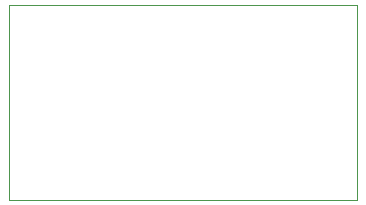
<source format=gbr>
%TF.GenerationSoftware,KiCad,Pcbnew,8.0.7*%
%TF.CreationDate,2024-12-28T19:58:13-05:00*%
%TF.ProjectId,vibration_motor_circuit,76696272-6174-4696-9f6e-5f6d6f746f72,rev?*%
%TF.SameCoordinates,Original*%
%TF.FileFunction,Profile,NP*%
%FSLAX46Y46*%
G04 Gerber Fmt 4.6, Leading zero omitted, Abs format (unit mm)*
G04 Created by KiCad (PCBNEW 8.0.7) date 2024-12-28 19:58:13*
%MOMM*%
%LPD*%
G01*
G04 APERTURE LIST*
%TA.AperFunction,Profile*%
%ADD10C,0.050000*%
%TD*%
G04 APERTURE END LIST*
D10*
X109250000Y-73500000D02*
X137500000Y-73500000D01*
X137500000Y-73500000D02*
X138750000Y-73500000D01*
X137500000Y-90000000D02*
X110750000Y-90000000D01*
X138750000Y-75000000D02*
X138750000Y-90000000D01*
X109250000Y-75000000D02*
X109250000Y-73500000D01*
X110750000Y-90000000D02*
X109250000Y-90000000D01*
X137500000Y-90000000D02*
X138750000Y-90000000D01*
X138750000Y-75000000D02*
X138750000Y-73500000D01*
X109250000Y-90000000D02*
X109250000Y-75000000D01*
M02*

</source>
